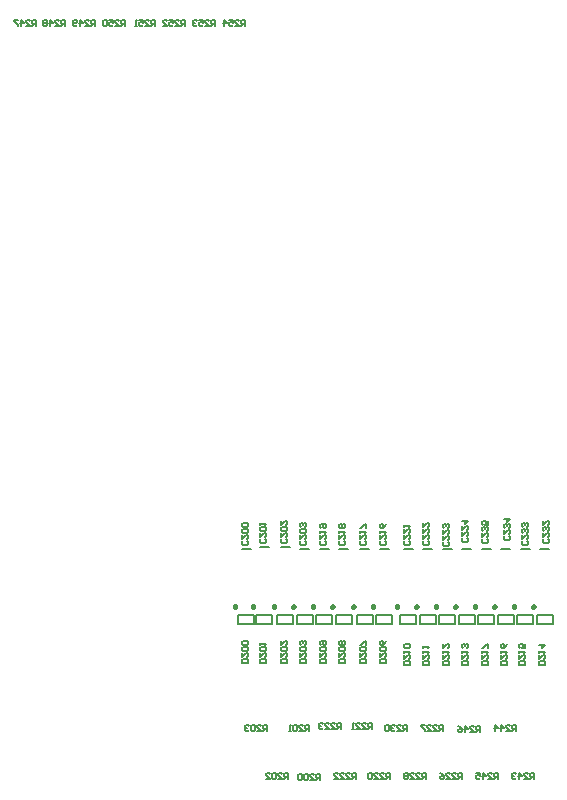
<source format=gbo>
%FSDAX23Y23*%
%MOIN*%
%SFA1B1*%

%IPPOS*%
%ADD52C,0.009800*%
%ADD53C,0.007900*%
%ADD57C,0.005000*%
%LNde-110817-1*%
%LPD*%
G54D52*
X02861Y01613D02*
D01*
X02861Y01614*
X02861Y01614*
X02861Y01614*
X02861Y01615*
X02861Y01615*
X02861Y01615*
X02861Y01616*
X02861Y01616*
X02860Y01616*
X02860Y01617*
X02860Y01617*
X02860Y01617*
X02860Y01617*
X02859Y01617*
X02859Y01618*
X02859Y01618*
X02858Y01618*
X02858Y01618*
X02858Y01618*
X02857Y01618*
X02857Y01618*
X02857Y01618*
X02856*
X02856Y01618*
X02856Y01618*
X02855Y01618*
X02855Y01618*
X02855Y01618*
X02854Y01618*
X02854Y01618*
X02854Y01617*
X02853Y01617*
X02853Y01617*
X02853Y01617*
X02853Y01617*
X02853Y01616*
X02852Y01616*
X02852Y01616*
X02852Y01615*
X02852Y01615*
X02852Y01615*
X02852Y01614*
X02852Y01614*
X02852Y01614*
X02852Y01613*
X02852Y01613*
X02852Y01613*
X02852Y01612*
X02852Y01612*
X02852Y01612*
X02852Y01611*
X02852Y01611*
X02852Y01611*
X02853Y01611*
X02853Y01610*
X02853Y01610*
X02853Y01610*
X02853Y01610*
X02854Y01609*
X02854Y01609*
X02854Y01609*
X02855Y01609*
X02855Y01609*
X02855Y01609*
X02856Y01609*
X02856Y01609*
X02856Y01609*
X02857*
X02857Y01609*
X02857Y01609*
X02858Y01609*
X02858Y01609*
X02858Y01609*
X02859Y01609*
X02859Y01609*
X02859Y01609*
X02860Y01610*
X02860Y01610*
X02860Y01610*
X02860Y01610*
X02860Y01611*
X02861Y01611*
X02861Y01611*
X02861Y01611*
X02861Y01612*
X02861Y01612*
X02861Y01612*
X02861Y01613*
X02861Y01613*
X02861Y01613*
X02921D02*
D01*
X02921Y01614*
X02921Y01614*
X02921Y01614*
X02921Y01615*
X02921Y01615*
X02921Y01615*
X02921Y01616*
X02921Y01616*
X02920Y01616*
X02920Y01617*
X02920Y01617*
X02920Y01617*
X02920Y01617*
X02919Y01617*
X02919Y01618*
X02919Y01618*
X02918Y01618*
X02918Y01618*
X02918Y01618*
X02917Y01618*
X02917Y01618*
X02917Y01618*
X02916*
X02916Y01618*
X02916Y01618*
X02915Y01618*
X02915Y01618*
X02915Y01618*
X02914Y01618*
X02914Y01618*
X02914Y01617*
X02913Y01617*
X02913Y01617*
X02913Y01617*
X02913Y01617*
X02913Y01616*
X02912Y01616*
X02912Y01616*
X02912Y01615*
X02912Y01615*
X02912Y01615*
X02912Y01614*
X02912Y01614*
X02912Y01614*
X02912Y01613*
X02912Y01613*
X02912Y01613*
X02912Y01612*
X02912Y01612*
X02912Y01612*
X02912Y01611*
X02912Y01611*
X02912Y01611*
X02913Y01611*
X02913Y01610*
X02913Y01610*
X02913Y01610*
X02913Y01610*
X02914Y01609*
X02914Y01609*
X02914Y01609*
X02915Y01609*
X02915Y01609*
X02915Y01609*
X02916Y01609*
X02916Y01609*
X02916Y01609*
X02917*
X02917Y01609*
X02917Y01609*
X02918Y01609*
X02918Y01609*
X02918Y01609*
X02919Y01609*
X02919Y01609*
X02919Y01609*
X02920Y01610*
X02920Y01610*
X02920Y01610*
X02920Y01610*
X02920Y01611*
X02921Y01611*
X02921Y01611*
X02921Y01611*
X02921Y01612*
X02921Y01612*
X02921Y01612*
X02921Y01613*
X02921Y01613*
X02921Y01613*
X02991D02*
D01*
X02991Y01614*
X02991Y01614*
X02991Y01614*
X02991Y01615*
X02991Y01615*
X02991Y01615*
X02991Y01616*
X02991Y01616*
X02990Y01616*
X02990Y01617*
X02990Y01617*
X02990Y01617*
X02990Y01617*
X02989Y01617*
X02989Y01618*
X02989Y01618*
X02988Y01618*
X02988Y01618*
X02988Y01618*
X02987Y01618*
X02987Y01618*
X02987Y01618*
X02986*
X02986Y01618*
X02986Y01618*
X02985Y01618*
X02985Y01618*
X02985Y01618*
X02984Y01618*
X02984Y01618*
X02984Y01617*
X02983Y01617*
X02983Y01617*
X02983Y01617*
X02983Y01617*
X02983Y01616*
X02982Y01616*
X02982Y01616*
X02982Y01615*
X02982Y01615*
X02982Y01615*
X02982Y01614*
X02982Y01614*
X02982Y01614*
X02982Y01613*
X02982Y01613*
X02982Y01613*
X02982Y01612*
X02982Y01612*
X02982Y01612*
X02982Y01611*
X02982Y01611*
X02982Y01611*
X02983Y01611*
X02983Y01610*
X02983Y01610*
X02983Y01610*
X02983Y01610*
X02984Y01609*
X02984Y01609*
X02984Y01609*
X02985Y01609*
X02985Y01609*
X02985Y01609*
X02986Y01609*
X02986Y01609*
X02986Y01609*
X02987*
X02987Y01609*
X02987Y01609*
X02988Y01609*
X02988Y01609*
X02988Y01609*
X02989Y01609*
X02989Y01609*
X02989Y01609*
X02990Y01610*
X02990Y01610*
X02990Y01610*
X02990Y01610*
X02990Y01611*
X02991Y01611*
X02991Y01611*
X02991Y01611*
X02991Y01612*
X02991Y01612*
X02991Y01612*
X02991Y01613*
X02991Y01613*
X02991Y01613*
X03056D02*
D01*
X03056Y01614*
X03056Y01614*
X03056Y01614*
X03056Y01615*
X03056Y01615*
X03056Y01615*
X03056Y01616*
X03056Y01616*
X03055Y01616*
X03055Y01617*
X03055Y01617*
X03055Y01617*
X03055Y01617*
X03054Y01617*
X03054Y01618*
X03054Y01618*
X03053Y01618*
X03053Y01618*
X03053Y01618*
X03052Y01618*
X03052Y01618*
X03052Y01618*
X03051*
X03051Y01618*
X03051Y01618*
X03050Y01618*
X03050Y01618*
X03050Y01618*
X03049Y01618*
X03049Y01618*
X03049Y01617*
X03048Y01617*
X03048Y01617*
X03048Y01617*
X03048Y01617*
X03048Y01616*
X03047Y01616*
X03047Y01616*
X03047Y01615*
X03047Y01615*
X03047Y01615*
X03047Y01614*
X03047Y01614*
X03047Y01614*
X03047Y01613*
X03047Y01613*
X03047Y01613*
X03047Y01612*
X03047Y01612*
X03047Y01612*
X03047Y01611*
X03047Y01611*
X03047Y01611*
X03048Y01611*
X03048Y01610*
X03048Y01610*
X03048Y01610*
X03048Y01610*
X03049Y01609*
X03049Y01609*
X03049Y01609*
X03050Y01609*
X03050Y01609*
X03050Y01609*
X03051Y01609*
X03051Y01609*
X03051Y01609*
X03052*
X03052Y01609*
X03052Y01609*
X03053Y01609*
X03053Y01609*
X03053Y01609*
X03054Y01609*
X03054Y01609*
X03054Y01609*
X03055Y01610*
X03055Y01610*
X03055Y01610*
X03055Y01610*
X03055Y01611*
X03056Y01611*
X03056Y01611*
X03056Y01611*
X03056Y01612*
X03056Y01612*
X03056Y01612*
X03056Y01613*
X03056Y01613*
X03056Y01613*
X03321D02*
D01*
X03321Y01614*
X03321Y01614*
X03321Y01614*
X03321Y01615*
X03321Y01615*
X03321Y01615*
X03321Y01616*
X03321Y01616*
X03320Y01616*
X03320Y01617*
X03320Y01617*
X03320Y01617*
X03320Y01617*
X03319Y01617*
X03319Y01618*
X03319Y01618*
X03318Y01618*
X03318Y01618*
X03318Y01618*
X03317Y01618*
X03317Y01618*
X03317Y01618*
X03316*
X03316Y01618*
X03316Y01618*
X03315Y01618*
X03315Y01618*
X03315Y01618*
X03314Y01618*
X03314Y01618*
X03314Y01617*
X03313Y01617*
X03313Y01617*
X03313Y01617*
X03313Y01617*
X03313Y01616*
X03312Y01616*
X03312Y01616*
X03312Y01615*
X03312Y01615*
X03312Y01615*
X03312Y01614*
X03312Y01614*
X03312Y01614*
X03312Y01613*
X03312Y01613*
X03312Y01613*
X03312Y01612*
X03312Y01612*
X03312Y01612*
X03312Y01611*
X03312Y01611*
X03312Y01611*
X03313Y01611*
X03313Y01610*
X03313Y01610*
X03313Y01610*
X03313Y01610*
X03314Y01609*
X03314Y01609*
X03314Y01609*
X03315Y01609*
X03315Y01609*
X03315Y01609*
X03316Y01609*
X03316Y01609*
X03316Y01609*
X03317*
X03317Y01609*
X03317Y01609*
X03318Y01609*
X03318Y01609*
X03318Y01609*
X03319Y01609*
X03319Y01609*
X03319Y01609*
X03320Y01610*
X03320Y01610*
X03320Y01610*
X03320Y01610*
X03320Y01611*
X03321Y01611*
X03321Y01611*
X03321Y01611*
X03321Y01612*
X03321Y01612*
X03321Y01612*
X03321Y01613*
X03321Y01613*
X03321Y01613*
X03256D02*
D01*
X03256Y01614*
X03256Y01614*
X03256Y01614*
X03256Y01615*
X03256Y01615*
X03256Y01615*
X03256Y01616*
X03256Y01616*
X03255Y01616*
X03255Y01617*
X03255Y01617*
X03255Y01617*
X03255Y01617*
X03254Y01617*
X03254Y01618*
X03254Y01618*
X03253Y01618*
X03253Y01618*
X03253Y01618*
X03252Y01618*
X03252Y01618*
X03252Y01618*
X03251*
X03251Y01618*
X03251Y01618*
X03250Y01618*
X03250Y01618*
X03250Y01618*
X03249Y01618*
X03249Y01618*
X03249Y01617*
X03248Y01617*
X03248Y01617*
X03248Y01617*
X03248Y01617*
X03248Y01616*
X03247Y01616*
X03247Y01616*
X03247Y01615*
X03247Y01615*
X03247Y01615*
X03247Y01614*
X03247Y01614*
X03247Y01614*
X03247Y01613*
X03247Y01613*
X03247Y01613*
X03247Y01612*
X03247Y01612*
X03247Y01612*
X03247Y01611*
X03247Y01611*
X03247Y01611*
X03248Y01611*
X03248Y01610*
X03248Y01610*
X03248Y01610*
X03248Y01610*
X03249Y01609*
X03249Y01609*
X03249Y01609*
X03250Y01609*
X03250Y01609*
X03250Y01609*
X03251Y01609*
X03251Y01609*
X03251Y01609*
X03252*
X03252Y01609*
X03252Y01609*
X03253Y01609*
X03253Y01609*
X03253Y01609*
X03254Y01609*
X03254Y01609*
X03254Y01609*
X03255Y01610*
X03255Y01610*
X03255Y01610*
X03255Y01610*
X03255Y01611*
X03256Y01611*
X03256Y01611*
X03256Y01611*
X03256Y01612*
X03256Y01612*
X03256Y01612*
X03256Y01613*
X03256Y01613*
X03256Y01613*
X03186D02*
D01*
X03186Y01614*
X03186Y01614*
X03186Y01614*
X03186Y01615*
X03186Y01615*
X03186Y01615*
X03186Y01616*
X03186Y01616*
X03185Y01616*
X03185Y01617*
X03185Y01617*
X03185Y01617*
X03185Y01617*
X03184Y01617*
X03184Y01618*
X03184Y01618*
X03183Y01618*
X03183Y01618*
X03183Y01618*
X03182Y01618*
X03182Y01618*
X03182Y01618*
X03181*
X03181Y01618*
X03181Y01618*
X03180Y01618*
X03180Y01618*
X03180Y01618*
X03179Y01618*
X03179Y01618*
X03179Y01617*
X03178Y01617*
X03178Y01617*
X03178Y01617*
X03178Y01617*
X03178Y01616*
X03177Y01616*
X03177Y01616*
X03177Y01615*
X03177Y01615*
X03177Y01615*
X03177Y01614*
X03177Y01614*
X03177Y01614*
X03177Y01613*
X03177Y01613*
X03177Y01613*
X03177Y01612*
X03177Y01612*
X03177Y01612*
X03177Y01611*
X03177Y01611*
X03177Y01611*
X03178Y01611*
X03178Y01610*
X03178Y01610*
X03178Y01610*
X03178Y01610*
X03179Y01609*
X03179Y01609*
X03179Y01609*
X03180Y01609*
X03180Y01609*
X03180Y01609*
X03181Y01609*
X03181Y01609*
X03181Y01609*
X03182*
X03182Y01609*
X03182Y01609*
X03183Y01609*
X03183Y01609*
X03183Y01609*
X03184Y01609*
X03184Y01609*
X03184Y01609*
X03185Y01610*
X03185Y01610*
X03185Y01610*
X03185Y01610*
X03185Y01611*
X03186Y01611*
X03186Y01611*
X03186Y01611*
X03186Y01612*
X03186Y01612*
X03186Y01612*
X03186Y01613*
X03186Y01613*
X03186Y01613*
X03121D02*
D01*
X03121Y01614*
X03121Y01614*
X03121Y01614*
X03121Y01615*
X03121Y01615*
X03121Y01615*
X03121Y01616*
X03121Y01616*
X03120Y01616*
X03120Y01617*
X03120Y01617*
X03120Y01617*
X03120Y01617*
X03119Y01617*
X03119Y01618*
X03119Y01618*
X03118Y01618*
X03118Y01618*
X03118Y01618*
X03117Y01618*
X03117Y01618*
X03117Y01618*
X03116*
X03116Y01618*
X03116Y01618*
X03115Y01618*
X03115Y01618*
X03115Y01618*
X03114Y01618*
X03114Y01618*
X03114Y01617*
X03113Y01617*
X03113Y01617*
X03113Y01617*
X03113Y01617*
X03113Y01616*
X03112Y01616*
X03112Y01616*
X03112Y01615*
X03112Y01615*
X03112Y01615*
X03112Y01614*
X03112Y01614*
X03112Y01614*
X03112Y01613*
X03112Y01613*
X03112Y01613*
X03112Y01612*
X03112Y01612*
X03112Y01612*
X03112Y01611*
X03112Y01611*
X03112Y01611*
X03113Y01611*
X03113Y01610*
X03113Y01610*
X03113Y01610*
X03113Y01610*
X03114Y01609*
X03114Y01609*
X03114Y01609*
X03115Y01609*
X03115Y01609*
X03115Y01609*
X03116Y01609*
X03116Y01609*
X03116Y01609*
X03117*
X03117Y01609*
X03117Y01609*
X03118Y01609*
X03118Y01609*
X03118Y01609*
X03119Y01609*
X03119Y01609*
X03119Y01609*
X03120Y01610*
X03120Y01610*
X03120Y01610*
X03120Y01610*
X03120Y01611*
X03121Y01611*
X03121Y01611*
X03121Y01611*
X03121Y01612*
X03121Y01612*
X03121Y01612*
X03121Y01613*
X03121Y01613*
X03121Y01613*
X03401D02*
D01*
X03401Y01614*
X03401Y01614*
X03401Y01614*
X03401Y01615*
X03401Y01615*
X03401Y01615*
X03401Y01616*
X03401Y01616*
X03400Y01616*
X03400Y01617*
X03400Y01617*
X03400Y01617*
X03400Y01617*
X03399Y01617*
X03399Y01618*
X03399Y01618*
X03398Y01618*
X03398Y01618*
X03398Y01618*
X03397Y01618*
X03397Y01618*
X03397Y01618*
X03396*
X03396Y01618*
X03396Y01618*
X03395Y01618*
X03395Y01618*
X03395Y01618*
X03394Y01618*
X03394Y01618*
X03394Y01617*
X03393Y01617*
X03393Y01617*
X03393Y01617*
X03393Y01617*
X03393Y01616*
X03392Y01616*
X03392Y01616*
X03392Y01615*
X03392Y01615*
X03392Y01615*
X03392Y01614*
X03392Y01614*
X03392Y01614*
X03392Y01613*
X03392Y01613*
X03392Y01613*
X03392Y01612*
X03392Y01612*
X03392Y01612*
X03392Y01611*
X03392Y01611*
X03392Y01611*
X03393Y01611*
X03393Y01610*
X03393Y01610*
X03393Y01610*
X03393Y01610*
X03394Y01609*
X03394Y01609*
X03394Y01609*
X03395Y01609*
X03395Y01609*
X03395Y01609*
X03396Y01609*
X03396Y01609*
X03396Y01609*
X03397*
X03397Y01609*
X03397Y01609*
X03398Y01609*
X03398Y01609*
X03398Y01609*
X03399Y01609*
X03399Y01609*
X03399Y01609*
X03400Y01610*
X03400Y01610*
X03400Y01610*
X03400Y01610*
X03400Y01611*
X03401Y01611*
X03401Y01611*
X03401Y01611*
X03401Y01612*
X03401Y01612*
X03401Y01612*
X03401Y01613*
X03401Y01613*
X03401Y01613*
X03466D02*
D01*
X03466Y01614*
X03466Y01614*
X03466Y01614*
X03466Y01615*
X03466Y01615*
X03466Y01615*
X03466Y01616*
X03466Y01616*
X03465Y01616*
X03465Y01617*
X03465Y01617*
X03465Y01617*
X03465Y01617*
X03464Y01617*
X03464Y01618*
X03464Y01618*
X03463Y01618*
X03463Y01618*
X03463Y01618*
X03462Y01618*
X03462Y01618*
X03462Y01618*
X03461*
X03461Y01618*
X03461Y01618*
X03460Y01618*
X03460Y01618*
X03460Y01618*
X03459Y01618*
X03459Y01618*
X03459Y01617*
X03458Y01617*
X03458Y01617*
X03458Y01617*
X03458Y01617*
X03458Y01616*
X03457Y01616*
X03457Y01616*
X03457Y01615*
X03457Y01615*
X03457Y01615*
X03457Y01614*
X03457Y01614*
X03457Y01614*
X03457Y01613*
X03457Y01613*
X03457Y01613*
X03457Y01612*
X03457Y01612*
X03457Y01612*
X03457Y01611*
X03457Y01611*
X03457Y01611*
X03458Y01611*
X03458Y01610*
X03458Y01610*
X03458Y01610*
X03458Y01610*
X03459Y01609*
X03459Y01609*
X03459Y01609*
X03460Y01609*
X03460Y01609*
X03460Y01609*
X03461Y01609*
X03461Y01609*
X03461Y01609*
X03462*
X03462Y01609*
X03462Y01609*
X03463Y01609*
X03463Y01609*
X03463Y01609*
X03464Y01609*
X03464Y01609*
X03464Y01609*
X03465Y01610*
X03465Y01610*
X03465Y01610*
X03465Y01610*
X03465Y01611*
X03466Y01611*
X03466Y01611*
X03466Y01611*
X03466Y01612*
X03466Y01612*
X03466Y01612*
X03466Y01613*
X03466Y01613*
X03466Y01613*
X03531D02*
D01*
X03531Y01614*
X03531Y01614*
X03531Y01614*
X03531Y01615*
X03531Y01615*
X03531Y01615*
X03531Y01616*
X03531Y01616*
X03530Y01616*
X03530Y01617*
X03530Y01617*
X03530Y01617*
X03530Y01617*
X03529Y01617*
X03529Y01618*
X03529Y01618*
X03528Y01618*
X03528Y01618*
X03528Y01618*
X03527Y01618*
X03527Y01618*
X03527Y01618*
X03526*
X03526Y01618*
X03526Y01618*
X03525Y01618*
X03525Y01618*
X03525Y01618*
X03524Y01618*
X03524Y01618*
X03524Y01617*
X03523Y01617*
X03523Y01617*
X03523Y01617*
X03523Y01617*
X03523Y01616*
X03522Y01616*
X03522Y01616*
X03522Y01615*
X03522Y01615*
X03522Y01615*
X03522Y01614*
X03522Y01614*
X03522Y01614*
X03522Y01613*
X03522Y01613*
X03522Y01613*
X03522Y01612*
X03522Y01612*
X03522Y01612*
X03522Y01611*
X03522Y01611*
X03522Y01611*
X03523Y01611*
X03523Y01610*
X03523Y01610*
X03523Y01610*
X03523Y01610*
X03524Y01609*
X03524Y01609*
X03524Y01609*
X03525Y01609*
X03525Y01609*
X03525Y01609*
X03526Y01609*
X03526Y01609*
X03526Y01609*
X03527*
X03527Y01609*
X03527Y01609*
X03528Y01609*
X03528Y01609*
X03528Y01609*
X03529Y01609*
X03529Y01609*
X03529Y01609*
X03530Y01610*
X03530Y01610*
X03530Y01610*
X03530Y01610*
X03530Y01611*
X03531Y01611*
X03531Y01611*
X03531Y01611*
X03531Y01612*
X03531Y01612*
X03531Y01612*
X03531Y01613*
X03531Y01613*
X03531Y01613*
X03596D02*
D01*
X03596Y01614*
X03596Y01614*
X03596Y01614*
X03596Y01615*
X03596Y01615*
X03596Y01615*
X03596Y01616*
X03596Y01616*
X03595Y01616*
X03595Y01617*
X03595Y01617*
X03595Y01617*
X03595Y01617*
X03594Y01617*
X03594Y01618*
X03594Y01618*
X03593Y01618*
X03593Y01618*
X03593Y01618*
X03592Y01618*
X03592Y01618*
X03592Y01618*
X03591*
X03591Y01618*
X03591Y01618*
X03590Y01618*
X03590Y01618*
X03590Y01618*
X03589Y01618*
X03589Y01618*
X03589Y01617*
X03588Y01617*
X03588Y01617*
X03588Y01617*
X03588Y01617*
X03588Y01616*
X03587Y01616*
X03587Y01616*
X03587Y01615*
X03587Y01615*
X03587Y01615*
X03587Y01614*
X03587Y01614*
X03587Y01614*
X03587Y01613*
X03587Y01613*
X03587Y01613*
X03587Y01612*
X03587Y01612*
X03587Y01612*
X03587Y01611*
X03587Y01611*
X03587Y01611*
X03588Y01611*
X03588Y01610*
X03588Y01610*
X03588Y01610*
X03588Y01610*
X03589Y01609*
X03589Y01609*
X03589Y01609*
X03590Y01609*
X03590Y01609*
X03590Y01609*
X03591Y01609*
X03591Y01609*
X03591Y01609*
X03592*
X03592Y01609*
X03592Y01609*
X03593Y01609*
X03593Y01609*
X03593Y01609*
X03594Y01609*
X03594Y01609*
X03594Y01609*
X03595Y01610*
X03595Y01610*
X03595Y01610*
X03595Y01610*
X03595Y01611*
X03596Y01611*
X03596Y01611*
X03596Y01611*
X03596Y01612*
X03596Y01612*
X03596Y01612*
X03596Y01613*
X03596Y01613*
X03596Y01613*
X03856D02*
D01*
X03856Y01614*
X03856Y01614*
X03856Y01614*
X03856Y01615*
X03856Y01615*
X03856Y01615*
X03856Y01616*
X03856Y01616*
X03855Y01616*
X03855Y01617*
X03855Y01617*
X03855Y01617*
X03855Y01617*
X03854Y01617*
X03854Y01618*
X03854Y01618*
X03853Y01618*
X03853Y01618*
X03853Y01618*
X03852Y01618*
X03852Y01618*
X03852Y01618*
X03851*
X03851Y01618*
X03851Y01618*
X03850Y01618*
X03850Y01618*
X03850Y01618*
X03849Y01618*
X03849Y01618*
X03849Y01617*
X03848Y01617*
X03848Y01617*
X03848Y01617*
X03848Y01617*
X03848Y01616*
X03847Y01616*
X03847Y01616*
X03847Y01615*
X03847Y01615*
X03847Y01615*
X03847Y01614*
X03847Y01614*
X03847Y01614*
X03847Y01613*
X03847Y01613*
X03847Y01613*
X03847Y01612*
X03847Y01612*
X03847Y01612*
X03847Y01611*
X03847Y01611*
X03847Y01611*
X03848Y01611*
X03848Y01610*
X03848Y01610*
X03848Y01610*
X03848Y01610*
X03849Y01609*
X03849Y01609*
X03849Y01609*
X03850Y01609*
X03850Y01609*
X03850Y01609*
X03851Y01609*
X03851Y01609*
X03851Y01609*
X03852*
X03852Y01609*
X03852Y01609*
X03853Y01609*
X03853Y01609*
X03853Y01609*
X03854Y01609*
X03854Y01609*
X03854Y01609*
X03855Y01610*
X03855Y01610*
X03855Y01610*
X03855Y01610*
X03855Y01611*
X03856Y01611*
X03856Y01611*
X03856Y01611*
X03856Y01612*
X03856Y01612*
X03856Y01612*
X03856Y01613*
X03856Y01613*
X03856Y01613*
X03791D02*
D01*
X03791Y01614*
X03791Y01614*
X03791Y01614*
X03791Y01615*
X03791Y01615*
X03791Y01615*
X03791Y01616*
X03791Y01616*
X03790Y01616*
X03790Y01617*
X03790Y01617*
X03790Y01617*
X03790Y01617*
X03789Y01617*
X03789Y01618*
X03789Y01618*
X03788Y01618*
X03788Y01618*
X03788Y01618*
X03787Y01618*
X03787Y01618*
X03787Y01618*
X03786*
X03786Y01618*
X03786Y01618*
X03785Y01618*
X03785Y01618*
X03785Y01618*
X03784Y01618*
X03784Y01618*
X03784Y01617*
X03783Y01617*
X03783Y01617*
X03783Y01617*
X03783Y01617*
X03783Y01616*
X03782Y01616*
X03782Y01616*
X03782Y01615*
X03782Y01615*
X03782Y01615*
X03782Y01614*
X03782Y01614*
X03782Y01614*
X03782Y01613*
X03782Y01613*
X03782Y01613*
X03782Y01612*
X03782Y01612*
X03782Y01612*
X03782Y01611*
X03782Y01611*
X03782Y01611*
X03783Y01611*
X03783Y01610*
X03783Y01610*
X03783Y01610*
X03783Y01610*
X03784Y01609*
X03784Y01609*
X03784Y01609*
X03785Y01609*
X03785Y01609*
X03785Y01609*
X03786Y01609*
X03786Y01609*
X03786Y01609*
X03787*
X03787Y01609*
X03787Y01609*
X03788Y01609*
X03788Y01609*
X03788Y01609*
X03789Y01609*
X03789Y01609*
X03789Y01609*
X03790Y01610*
X03790Y01610*
X03790Y01610*
X03790Y01610*
X03790Y01611*
X03791Y01611*
X03791Y01611*
X03791Y01611*
X03791Y01612*
X03791Y01612*
X03791Y01612*
X03791Y01613*
X03791Y01613*
X03791Y01613*
X03726D02*
D01*
X03726Y01614*
X03726Y01614*
X03726Y01614*
X03726Y01615*
X03726Y01615*
X03726Y01615*
X03726Y01616*
X03726Y01616*
X03725Y01616*
X03725Y01617*
X03725Y01617*
X03725Y01617*
X03725Y01617*
X03724Y01617*
X03724Y01618*
X03724Y01618*
X03723Y01618*
X03723Y01618*
X03723Y01618*
X03722Y01618*
X03722Y01618*
X03722Y01618*
X03721*
X03721Y01618*
X03721Y01618*
X03720Y01618*
X03720Y01618*
X03720Y01618*
X03719Y01618*
X03719Y01618*
X03719Y01617*
X03718Y01617*
X03718Y01617*
X03718Y01617*
X03718Y01617*
X03718Y01616*
X03717Y01616*
X03717Y01616*
X03717Y01615*
X03717Y01615*
X03717Y01615*
X03717Y01614*
X03717Y01614*
X03717Y01614*
X03717Y01613*
X03717Y01613*
X03717Y01613*
X03717Y01612*
X03717Y01612*
X03717Y01612*
X03717Y01611*
X03717Y01611*
X03717Y01611*
X03718Y01611*
X03718Y01610*
X03718Y01610*
X03718Y01610*
X03718Y01610*
X03719Y01609*
X03719Y01609*
X03719Y01609*
X03720Y01609*
X03720Y01609*
X03720Y01609*
X03721Y01609*
X03721Y01609*
X03721Y01609*
X03722*
X03722Y01609*
X03722Y01609*
X03723Y01609*
X03723Y01609*
X03723Y01609*
X03724Y01609*
X03724Y01609*
X03724Y01609*
X03725Y01610*
X03725Y01610*
X03725Y01610*
X03725Y01610*
X03725Y01611*
X03726Y01611*
X03726Y01611*
X03726Y01611*
X03726Y01612*
X03726Y01612*
X03726Y01612*
X03726Y01613*
X03726Y01613*
X03726Y01613*
X03661D02*
D01*
X03661Y01614*
X03661Y01614*
X03661Y01614*
X03661Y01615*
X03661Y01615*
X03661Y01615*
X03661Y01616*
X03661Y01616*
X03660Y01616*
X03660Y01617*
X03660Y01617*
X03660Y01617*
X03660Y01617*
X03659Y01617*
X03659Y01618*
X03659Y01618*
X03658Y01618*
X03658Y01618*
X03658Y01618*
X03657Y01618*
X03657Y01618*
X03657Y01618*
X03656*
X03656Y01618*
X03656Y01618*
X03655Y01618*
X03655Y01618*
X03655Y01618*
X03654Y01618*
X03654Y01618*
X03654Y01617*
X03653Y01617*
X03653Y01617*
X03653Y01617*
X03653Y01617*
X03653Y01616*
X03652Y01616*
X03652Y01616*
X03652Y01615*
X03652Y01615*
X03652Y01615*
X03652Y01614*
X03652Y01614*
X03652Y01614*
X03652Y01613*
X03652Y01613*
X03652Y01613*
X03652Y01612*
X03652Y01612*
X03652Y01612*
X03652Y01611*
X03652Y01611*
X03652Y01611*
X03653Y01611*
X03653Y01610*
X03653Y01610*
X03653Y01610*
X03653Y01610*
X03654Y01609*
X03654Y01609*
X03654Y01609*
X03655Y01609*
X03655Y01609*
X03655Y01609*
X03656Y01609*
X03656Y01609*
X03656Y01609*
X03657*
X03657Y01609*
X03657Y01609*
X03658Y01609*
X03658Y01609*
X03658Y01609*
X03659Y01609*
X03659Y01609*
X03659Y01609*
X03660Y01610*
X03660Y01610*
X03660Y01610*
X03660Y01610*
X03660Y01611*
X03661Y01611*
X03661Y01611*
X03661Y01611*
X03661Y01612*
X03661Y01612*
X03661Y01612*
X03661Y01613*
X03661Y01613*
X03661Y01613*
G54D53*
X02879Y01806D02*
X02910D01*
X02939Y01811D02*
X02970D01*
X03009D02*
X03040D01*
X03074Y01806D02*
X03105D01*
X03339D02*
X03370D01*
X03274D02*
X03305D01*
X03204D02*
X03235D01*
X03139D02*
X03170D01*
X03419D02*
X03450D01*
X03484D02*
X03515D01*
X03549D02*
X03580D01*
X03614D02*
X03645D01*
X03874D02*
X03905D01*
X03809D02*
X03840D01*
X03744D02*
X03775D01*
X03679D02*
X03710D01*
X02868Y01554D02*
Y01585D01*
X02921Y01554D02*
Y01585D01*
X02868D02*
X02921D01*
X02868Y01554D02*
X02921D01*
X02928D02*
Y01585D01*
X02981Y01554D02*
Y01585D01*
X02928D02*
X02981D01*
X02928Y01554D02*
X02981D01*
X02998D02*
Y01585D01*
X03051Y01554D02*
Y01585D01*
X02998D02*
X03051D01*
X02998Y01554D02*
X03051D01*
X03063D02*
Y01585D01*
X03116Y01554D02*
Y01585D01*
X03063D02*
X03116D01*
X03063Y01554D02*
X03116D01*
X03328D02*
Y01585D01*
X03381Y01554D02*
Y01585D01*
X03328D02*
X03381D01*
X03328Y01554D02*
X03381D01*
X03263D02*
Y01585D01*
X03316Y01554D02*
Y01585D01*
X03263D02*
X03316D01*
X03263Y01554D02*
X03316D01*
X03193D02*
Y01585D01*
X03246Y01554D02*
Y01585D01*
X03193D02*
X03246D01*
X03193Y01554D02*
X03246D01*
X03128D02*
Y01585D01*
X03181Y01554D02*
Y01585D01*
X03128D02*
X03181D01*
X03128Y01554D02*
X03181D01*
X03408D02*
Y01585D01*
X03461Y01554D02*
Y01585D01*
X03408D02*
X03461D01*
X03408Y01554D02*
X03461D01*
X03473D02*
Y01585D01*
X03526Y01554D02*
Y01585D01*
X03473D02*
X03526D01*
X03473Y01554D02*
X03526D01*
X03538D02*
Y01585D01*
X03591Y01554D02*
Y01585D01*
X03538D02*
X03591D01*
X03538Y01554D02*
X03591D01*
X03603D02*
Y01585D01*
X03656Y01554D02*
Y01585D01*
X03603D02*
X03656D01*
X03603Y01554D02*
X03656D01*
X03863D02*
Y01585D01*
X03916Y01554D02*
Y01585D01*
X03863D02*
X03916D01*
X03863Y01554D02*
X03916D01*
X03798D02*
Y01585D01*
X03851Y01554D02*
Y01585D01*
X03798D02*
X03851D01*
X03798Y01554D02*
X03851D01*
X03733D02*
Y01585D01*
X03786Y01554D02*
Y01585D01*
X03733D02*
X03786D01*
X03733Y01554D02*
X03786D01*
X03668D02*
Y01585D01*
X03721Y01554D02*
Y01585D01*
X03668D02*
X03721D01*
X03668Y01554D02*
X03721D01*
G54D57*
X02896Y01833D02*
X02900Y01830D01*
Y01823*
X02896Y01820*
X02883*
X02880Y01823*
Y01830*
X02883Y01833*
X02880Y01853D02*
Y01840D01*
X02893Y01853*
X02896*
X02900Y01850*
Y01843*
X02896Y01840*
Y01860D02*
X02900Y01863D01*
Y01870*
X02896Y01873*
X02883*
X02880Y01870*
Y01863*
X02883Y01860*
X02896*
Y01880D02*
X02900Y01883D01*
Y01890*
X02896Y01893*
X02883*
X02880Y01890*
Y01883*
X02883Y01880*
X02896*
X02956Y01838D02*
X02960Y01835D01*
Y01828*
X02956Y01825*
X02943*
X02940Y01828*
Y01835*
X02943Y01838*
X02940Y01858D02*
Y01845D01*
X02953Y01858*
X02956*
X02960Y01855*
Y01848*
X02956Y01845*
Y01865D02*
X02960Y01868D01*
Y01875*
X02956Y01878*
X02943*
X02940Y01875*
Y01868*
X02943Y01865*
X02956*
X02940Y01885D02*
Y01891D01*
Y01888*
X02960*
X02956Y01885*
X03026Y01838D02*
X03030Y01835D01*
Y01828*
X03026Y01825*
X03013*
X03010Y01828*
Y01835*
X03013Y01838*
X03010Y01858D02*
Y01845D01*
X03023Y01858*
X03026*
X03030Y01855*
Y01848*
X03026Y01845*
Y01865D02*
X03030Y01868D01*
Y01875*
X03026Y01878*
X03013*
X03010Y01875*
Y01868*
X03013Y01865*
X03026*
X03010Y01898D02*
Y01885D01*
X03023Y01898*
X03026*
X03030Y01895*
Y01888*
X03026Y01885*
X03091Y01833D02*
X03095Y01830D01*
Y01823*
X03091Y01820*
X03078*
X03075Y01823*
Y01830*
X03078Y01833*
X03075Y01853D02*
Y01840D01*
X03088Y01853*
X03091*
X03095Y01850*
Y01843*
X03091Y01840*
Y01860D02*
X03095Y01863D01*
Y01870*
X03091Y01873*
X03078*
X03075Y01870*
Y01863*
X03078Y01860*
X03091*
Y01880D02*
X03095Y01883D01*
Y01890*
X03091Y01893*
X03088*
X03085Y01890*
Y01886*
Y01890*
X03081Y01893*
X03078*
X03075Y01890*
Y01883*
X03078Y01880*
X03356Y01833D02*
X03360Y01830D01*
Y01823*
X03356Y01820*
X03343*
X03340Y01823*
Y01830*
X03343Y01833*
X03340Y01853D02*
Y01840D01*
X03353Y01853*
X03356*
X03360Y01850*
Y01843*
X03356Y01840*
X03340Y01860D02*
Y01866D01*
Y01863*
X03360*
X03356Y01860*
X03360Y01890D02*
X03356Y01883D01*
X03350Y01876*
X03343*
X03340Y01880*
Y01886*
X03343Y01890*
X03346*
X03350Y01886*
Y01876*
X03291Y01833D02*
X03295Y01830D01*
Y01823*
X03291Y01820*
X03278*
X03275Y01823*
Y01830*
X03278Y01833*
X03275Y01853D02*
Y01840D01*
X03288Y01853*
X03291*
X03295Y01850*
Y01843*
X03291Y01840*
X03275Y01860D02*
Y01866D01*
Y01863*
X03295*
X03291Y01860*
X03295Y01876D02*
Y01890D01*
X03291*
X03278Y01876*
X03275*
X03221Y01833D02*
X03225Y01830D01*
Y01823*
X03221Y01820*
X03208*
X03205Y01823*
Y01830*
X03208Y01833*
X03205Y01853D02*
Y01840D01*
X03218Y01853*
X03221*
X03225Y01850*
Y01843*
X03221Y01840*
X03205Y01860D02*
Y01866D01*
Y01863*
X03225*
X03221Y01860*
Y01876D02*
X03225Y01880D01*
Y01886*
X03221Y01890*
X03218*
X03215Y01886*
X03211Y01890*
X03208*
X03205Y01886*
Y01880*
X03208Y01876*
X03211*
X03215Y01880*
X03218Y01876*
X03221*
X03215Y01880D02*
Y01886D01*
X03156Y01833D02*
X03160Y01830D01*
Y01823*
X03156Y01820*
X03143*
X03140Y01823*
Y01830*
X03143Y01833*
X03140Y01853D02*
Y01840D01*
X03153Y01853*
X03156*
X03160Y01850*
Y01843*
X03156Y01840*
X03140Y01860D02*
Y01866D01*
Y01863*
X03160*
X03156Y01860*
X03143Y01876D02*
X03140Y01880D01*
Y01886*
X03143Y01890*
X03156*
X03160Y01886*
Y01880*
X03156Y01876*
X03153*
X03150Y01880*
Y01890*
X03436Y01833D02*
X03440Y01830D01*
Y01823*
X03436Y01820*
X03423*
X03420Y01823*
Y01830*
X03423Y01833*
X03420Y01853D02*
Y01840D01*
X03433Y01853*
X03436*
X03440Y01850*
Y01843*
X03436Y01840*
X03420Y01873D02*
Y01860D01*
X03433Y01873*
X03436*
X03440Y01870*
Y01863*
X03436Y01860*
X03420Y01880D02*
Y01886D01*
Y01883*
X03440*
X03436Y01880*
X03501Y01833D02*
X03505Y01830D01*
Y01823*
X03501Y01820*
X03488*
X03485Y01823*
Y01830*
X03488Y01833*
X03485Y01853D02*
Y01840D01*
X03498Y01853*
X03501*
X03505Y01850*
Y01843*
X03501Y01840*
X03485Y01873D02*
Y01860D01*
X03498Y01873*
X03501*
X03505Y01870*
Y01863*
X03501Y01860*
X03485Y01893D02*
Y01880D01*
X03498Y01893*
X03501*
X03505Y01890*
Y01883*
X03501Y01880*
X03566Y01828D02*
X03570Y01825D01*
Y01818*
X03566Y01815*
X03553*
X03550Y01818*
Y01825*
X03553Y01828*
X03550Y01848D02*
Y01835D01*
X03563Y01848*
X03566*
X03570Y01845*
Y01838*
X03566Y01835*
X03550Y01868D02*
Y01855D01*
X03563Y01868*
X03566*
X03570Y01865*
Y01858*
X03566Y01855*
Y01875D02*
X03570Y01878D01*
Y01885*
X03566Y01888*
X03563*
X03560Y01885*
Y01881*
Y01885*
X03556Y01888*
X03553*
X03550Y01885*
Y01878*
X03553Y01875*
X03631Y01843D02*
X03635Y01840D01*
Y01833*
X03631Y01830*
X03618*
X03615Y01833*
Y01840*
X03618Y01843*
X03615Y01863D02*
Y01850D01*
X03628Y01863*
X03631*
X03635Y01860*
Y01853*
X03631Y01850*
X03615Y01883D02*
Y01870D01*
X03628Y01883*
X03631*
X03635Y01880*
Y01873*
X03631Y01870*
X03615Y01900D02*
X03635D01*
X03625Y01890*
Y01903*
X03901Y01838D02*
X03905Y01835D01*
Y01828*
X03901Y01825*
X03888*
X03885Y01828*
Y01835*
X03888Y01838*
X03885Y01858D02*
Y01845D01*
X03898Y01858*
X03901*
X03905Y01855*
Y01848*
X03901Y01845*
Y01865D02*
X03905Y01868D01*
Y01875*
X03901Y01878*
X03898*
X03895Y01875*
Y01871*
Y01875*
X03891Y01878*
X03888*
X03885Y01875*
Y01868*
X03888Y01865*
X03885Y01898D02*
Y01885D01*
X03898Y01898*
X03901*
X03905Y01895*
Y01888*
X03901Y01885*
X03831Y01833D02*
X03835Y01830D01*
Y01823*
X03831Y01820*
X03818*
X03815Y01823*
Y01830*
X03818Y01833*
X03815Y01853D02*
Y01840D01*
X03828Y01853*
X03831*
X03835Y01850*
Y01843*
X03831Y01840*
Y01860D02*
X03835Y01863D01*
Y01870*
X03831Y01873*
X03828*
X03825Y01870*
Y01866*
Y01870*
X03821Y01873*
X03818*
X03815Y01870*
Y01863*
X03818Y01860*
X03831Y01880D02*
X03835Y01883D01*
Y01890*
X03831Y01893*
X03828*
X03825Y01890*
Y01886*
Y01890*
X03821Y01893*
X03818*
X03815Y01890*
Y01883*
X03818Y01880*
X03771Y01848D02*
X03775Y01845D01*
Y01838*
X03771Y01835*
X03758*
X03755Y01838*
Y01845*
X03758Y01848*
X03755Y01868D02*
Y01855D01*
X03768Y01868*
X03771*
X03775Y01865*
Y01858*
X03771Y01855*
Y01875D02*
X03775Y01878D01*
Y01885*
X03771Y01888*
X03768*
X03765Y01885*
Y01881*
Y01885*
X03761Y01888*
X03758*
X03755Y01885*
Y01878*
X03758Y01875*
X03755Y01905D02*
X03775D01*
X03765Y01895*
Y01908*
X03696Y01838D02*
X03700Y01835D01*
Y01828*
X03696Y01825*
X03683*
X03680Y01828*
Y01835*
X03683Y01838*
X03680Y01858D02*
Y01845D01*
X03693Y01858*
X03696*
X03700Y01855*
Y01848*
X03696Y01845*
Y01865D02*
X03700Y01868D01*
Y01875*
X03696Y01878*
X03693*
X03690Y01875*
Y01871*
Y01875*
X03686Y01878*
X03683*
X03680Y01875*
Y01868*
X03683Y01865*
X03700Y01898D02*
Y01885D01*
X03690*
X03693Y01891*
Y01895*
X03690Y01898*
X03683*
X03680Y01895*
Y01888*
X03683Y01885*
X02900Y01425D02*
X02880D01*
Y01435*
X02883Y01438*
X02896*
X02900Y01435*
Y01425*
X02880Y01458D02*
Y01445D01*
X02893Y01458*
X02896*
X02900Y01455*
Y01448*
X02896Y01445*
Y01465D02*
X02900Y01468D01*
Y01475*
X02896Y01478*
X02883*
X02880Y01475*
Y01468*
X02883Y01465*
X02896*
Y01485D02*
X02900Y01488D01*
Y01495*
X02896Y01498*
X02883*
X02880Y01495*
Y01488*
X02883Y01485*
X02896*
X02960Y01425D02*
X02940D01*
Y01435*
X02943Y01438*
X02956*
X02960Y01435*
Y01425*
X02940Y01458D02*
Y01445D01*
X02953Y01458*
X02956*
X02960Y01455*
Y01448*
X02956Y01445*
Y01465D02*
X02960Y01468D01*
Y01475*
X02956Y01478*
X02943*
X02940Y01475*
Y01468*
X02943Y01465*
X02956*
X02940Y01485D02*
Y01491D01*
Y01488*
X02960*
X02956Y01485*
X03030Y01425D02*
X03010D01*
Y01435*
X03013Y01438*
X03026*
X03030Y01435*
Y01425*
X03010Y01458D02*
Y01445D01*
X03023Y01458*
X03026*
X03030Y01455*
Y01448*
X03026Y01445*
Y01465D02*
X03030Y01468D01*
Y01475*
X03026Y01478*
X03013*
X03010Y01475*
Y01468*
X03013Y01465*
X03026*
X03010Y01498D02*
Y01485D01*
X03023Y01498*
X03026*
X03030Y01495*
Y01488*
X03026Y01485*
X03095Y01425D02*
X03075D01*
Y01435*
X03078Y01438*
X03091*
X03095Y01435*
Y01425*
X03075Y01458D02*
Y01445D01*
X03088Y01458*
X03091*
X03095Y01455*
Y01448*
X03091Y01445*
Y01465D02*
X03095Y01468D01*
Y01475*
X03091Y01478*
X03078*
X03075Y01475*
Y01468*
X03078Y01465*
X03091*
Y01485D02*
X03095Y01488D01*
Y01495*
X03091Y01498*
X03088*
X03085Y01495*
Y01491*
Y01495*
X03081Y01498*
X03078*
X03075Y01495*
Y01488*
X03078Y01485*
X03360Y01425D02*
X03340D01*
Y01435*
X03343Y01438*
X03356*
X03360Y01435*
Y01425*
X03340Y01458D02*
Y01445D01*
X03353Y01458*
X03356*
X03360Y01455*
Y01448*
X03356Y01445*
Y01465D02*
X03360Y01468D01*
Y01475*
X03356Y01478*
X03343*
X03340Y01475*
Y01468*
X03343Y01465*
X03356*
X03360Y01498D02*
X03356Y01491D01*
X03350Y01485*
X03343*
X03340Y01488*
Y01495*
X03343Y01498*
X03346*
X03350Y01495*
Y01485*
X03295Y01425D02*
X03275D01*
Y01435*
X03278Y01438*
X03291*
X03295Y01435*
Y01425*
X03275Y01458D02*
Y01445D01*
X03288Y01458*
X03291*
X03295Y01455*
Y01448*
X03291Y01445*
Y01465D02*
X03295Y01468D01*
Y01475*
X03291Y01478*
X03278*
X03275Y01475*
Y01468*
X03278Y01465*
X03291*
X03295Y01485D02*
Y01498D01*
X03291*
X03278Y01485*
X03275*
X03225Y01425D02*
X03205D01*
Y01435*
X03208Y01438*
X03221*
X03225Y01435*
Y01425*
X03205Y01458D02*
Y01445D01*
X03218Y01458*
X03221*
X03225Y01455*
Y01448*
X03221Y01445*
Y01465D02*
X03225Y01468D01*
Y01475*
X03221Y01478*
X03208*
X03205Y01475*
Y01468*
X03208Y01465*
X03221*
Y01485D02*
X03225Y01488D01*
Y01495*
X03221Y01498*
X03218*
X03215Y01495*
X03211Y01498*
X03208*
X03205Y01495*
Y01488*
X03208Y01485*
X03211*
X03215Y01488*
X03218Y01485*
X03221*
X03215Y01488D02*
Y01495D01*
X03160Y01425D02*
X03140D01*
Y01435*
X03143Y01438*
X03156*
X03160Y01435*
Y01425*
X03140Y01458D02*
Y01445D01*
X03153Y01458*
X03156*
X03160Y01455*
Y01448*
X03156Y01445*
Y01465D02*
X03160Y01468D01*
Y01475*
X03156Y01478*
X03143*
X03140Y01475*
Y01468*
X03143Y01465*
X03156*
X03143Y01485D02*
X03140Y01488D01*
Y01495*
X03143Y01498*
X03156*
X03160Y01495*
Y01488*
X03156Y01485*
X03153*
X03150Y01488*
Y01498*
X03440Y01420D02*
X03420D01*
Y01430*
X03423Y01433*
X03436*
X03440Y01430*
Y01420*
X03420Y01453D02*
Y01440D01*
X03433Y01453*
X03436*
X03440Y01450*
Y01443*
X03436Y01440*
X03420Y01460D02*
Y01466D01*
Y01463*
X03440*
X03436Y01460*
Y01476D02*
X03440Y01480D01*
Y01486*
X03436Y01490*
X03423*
X03420Y01486*
Y01480*
X03423Y01476*
X03436*
X03505Y01420D02*
X03485D01*
Y01430*
X03488Y01433*
X03501*
X03505Y01430*
Y01420*
X03485Y01453D02*
Y01440D01*
X03498Y01453*
X03501*
X03505Y01450*
Y01443*
X03501Y01440*
X03485Y01460D02*
Y01466D01*
Y01463*
X03505*
X03501Y01460*
X03485Y01476D02*
Y01483D01*
Y01480*
X03505*
X03501Y01476*
X03570Y01420D02*
X03550D01*
Y01430*
X03553Y01433*
X03566*
X03570Y01430*
Y01420*
X03550Y01453D02*
Y01440D01*
X03563Y01453*
X03566*
X03570Y01450*
Y01443*
X03566Y01440*
X03550Y01460D02*
Y01466D01*
Y01463*
X03570*
X03566Y01460*
X03550Y01490D02*
Y01476D01*
X03563Y01490*
X03566*
X03570Y01486*
Y01480*
X03566Y01476*
X03635Y01420D02*
X03615D01*
Y01430*
X03618Y01433*
X03631*
X03635Y01430*
Y01420*
X03615Y01453D02*
Y01440D01*
X03628Y01453*
X03631*
X03635Y01450*
Y01443*
X03631Y01440*
X03615Y01460D02*
Y01466D01*
Y01463*
X03635*
X03631Y01460*
Y01476D02*
X03635Y01480D01*
Y01486*
X03631Y01490*
X03628*
X03625Y01486*
Y01483*
Y01486*
X03621Y01490*
X03618*
X03615Y01486*
Y01480*
X03618Y01476*
X03890Y01420D02*
X03870D01*
Y01430*
X03873Y01433*
X03886*
X03890Y01430*
Y01420*
X03870Y01453D02*
Y01440D01*
X03883Y01453*
X03886*
X03890Y01450*
Y01443*
X03886Y01440*
X03870Y01460D02*
Y01466D01*
Y01463*
X03890*
X03886Y01460*
X03870Y01486D02*
X03890D01*
X03880Y01476*
Y01490*
X03825Y01420D02*
X03805D01*
Y01430*
X03808Y01433*
X03821*
X03825Y01430*
Y01420*
X03805Y01453D02*
Y01440D01*
X03818Y01453*
X03821*
X03825Y01450*
Y01443*
X03821Y01440*
X03805Y01460D02*
Y01466D01*
Y01463*
X03825*
X03821Y01460*
X03825Y01490D02*
Y01476D01*
X03815*
X03818Y01483*
Y01486*
X03815Y01490*
X03808*
X03805Y01486*
Y01480*
X03808Y01476*
X03765Y01420D02*
X03745D01*
Y01430*
X03748Y01433*
X03761*
X03765Y01430*
Y01420*
X03745Y01453D02*
Y01440D01*
X03758Y01453*
X03761*
X03765Y01450*
Y01443*
X03761Y01440*
X03745Y01460D02*
Y01466D01*
Y01463*
X03765*
X03761Y01460*
X03765Y01490D02*
X03761Y01483D01*
X03755Y01476*
X03748*
X03745Y01480*
Y01486*
X03748Y01490*
X03751*
X03755Y01486*
Y01476*
X03700Y01420D02*
X03680D01*
Y01430*
X03683Y01433*
X03696*
X03700Y01430*
Y01420*
X03680Y01453D02*
Y01440D01*
X03693Y01453*
X03696*
X03700Y01450*
Y01443*
X03696Y01440*
X03680Y01460D02*
Y01466D01*
Y01463*
X03700*
X03696Y01460*
X03700Y01476D02*
Y01490D01*
X03696*
X03683Y01476*
X03680*
X03140Y01035D02*
Y01055D01*
X03130*
X03126Y01051*
Y01045*
X03130Y01041*
X03140*
X03133D02*
X03126Y01035D01*
X03106D02*
X03120D01*
X03106Y01048*
Y01051*
X03110Y01055*
X03116*
X03120Y01051*
X03100D02*
X03096Y01055D01*
X03090*
X03086Y01051*
Y01038*
X03090Y01035*
X03096*
X03100Y01038*
Y01051*
X03080D02*
X03076Y01055D01*
X03070*
X03066Y01051*
Y01038*
X03070Y01035*
X03076*
X03080Y01038*
Y01051*
X03105Y01200D02*
Y01220D01*
X03095*
X03091Y01216*
Y01210*
X03095Y01206*
X03105*
X03098D02*
X03091Y01200D01*
X03071D02*
X03085D01*
X03071Y01213*
Y01216*
X03075Y01220*
X03081*
X03085Y01216*
X03065D02*
X03061Y01220D01*
X03055*
X03051Y01216*
Y01203*
X03055Y01200*
X03061*
X03065Y01203*
Y01216*
X03045Y01200D02*
X03038D01*
X03041*
Y01220*
X03045Y01216*
X03035Y01040D02*
Y01060D01*
X03025*
X03021Y01056*
Y01050*
X03025Y01046*
X03035*
X03028D02*
X03021Y01040D01*
X03001D02*
X03015D01*
X03001Y01053*
Y01056*
X03005Y01060*
X03011*
X03015Y01056*
X02995D02*
X02991Y01060D01*
X02985*
X02981Y01056*
Y01043*
X02985Y01040*
X02991*
X02995Y01043*
Y01056*
X02961Y01040D02*
X02975D01*
X02961Y01053*
Y01056*
X02965Y01060*
X02971*
X02975Y01056*
X02965Y01200D02*
Y01220D01*
X02955*
X02951Y01216*
Y01210*
X02955Y01206*
X02965*
X02958D02*
X02951Y01200D01*
X02931D02*
X02945D01*
X02931Y01213*
Y01216*
X02935Y01220*
X02941*
X02945Y01216*
X02925D02*
X02921Y01220D01*
X02915*
X02911Y01216*
Y01203*
X02915Y01200*
X02921*
X02925Y01203*
Y01216*
X02905D02*
X02901Y01220D01*
X02895*
X02891Y01216*
Y01213*
X02895Y01210*
X02898*
X02895*
X02891Y01206*
Y01203*
X02895Y01200*
X02901*
X02905Y01203*
X03375Y01040D02*
Y01060D01*
X03365*
X03361Y01056*
Y01050*
X03365Y01046*
X03375*
X03368D02*
X03361Y01040D01*
X03341D02*
X03355D01*
X03341Y01053*
Y01056*
X03345Y01060*
X03351*
X03355Y01056*
X03321Y01040D02*
X03335D01*
X03321Y01053*
Y01056*
X03325Y01060*
X03331*
X03335Y01056*
X03315D02*
X03311Y01060D01*
X03305*
X03301Y01056*
Y01043*
X03305Y01040*
X03311*
X03315Y01043*
Y01056*
Y01205D02*
Y01225D01*
X03305*
X03301Y01221*
Y01215*
X03305Y01211*
X03315*
X03308D02*
X03301Y01205D01*
X03281D02*
X03295D01*
X03281Y01218*
Y01221*
X03285Y01225*
X03291*
X03295Y01221*
X03261Y01205D02*
X03275D01*
X03261Y01218*
Y01221*
X03265Y01225*
X03271*
X03275Y01221*
X03255Y01205D02*
X03248D01*
X03251*
Y01225*
X03255Y01221*
X03260Y01040D02*
Y01060D01*
X03250*
X03246Y01056*
Y01050*
X03250Y01046*
X03260*
X03253D02*
X03246Y01040D01*
X03226D02*
X03240D01*
X03226Y01053*
Y01056*
X03230Y01060*
X03236*
X03240Y01056*
X03206Y01040D02*
X03220D01*
X03206Y01053*
Y01056*
X03210Y01060*
X03216*
X03220Y01056*
X03186Y01040D02*
X03200D01*
X03186Y01053*
Y01056*
X03190Y01060*
X03196*
X03200Y01056*
X03210Y01205D02*
Y01225D01*
X03200*
X03196Y01221*
Y01215*
X03200Y01211*
X03210*
X03203D02*
X03196Y01205D01*
X03176D02*
X03190D01*
X03176Y01218*
Y01221*
X03180Y01225*
X03186*
X03190Y01221*
X03156Y01205D02*
X03170D01*
X03156Y01218*
Y01221*
X03160Y01225*
X03166*
X03170Y01221*
X03150D02*
X03146Y01225D01*
X03140*
X03136Y01221*
Y01218*
X03140Y01215*
X03143*
X03140*
X03136Y01211*
Y01208*
X03140Y01205*
X03146*
X03150Y01208*
X03615Y01040D02*
Y01060D01*
X03605*
X03601Y01056*
Y01050*
X03605Y01046*
X03615*
X03608D02*
X03601Y01040D01*
X03581D02*
X03595D01*
X03581Y01053*
Y01056*
X03585Y01060*
X03591*
X03595Y01056*
X03561Y01040D02*
X03575D01*
X03561Y01053*
Y01056*
X03565Y01060*
X03571*
X03575Y01056*
X03541Y01060D02*
X03548Y01056D01*
X03555Y01050*
Y01043*
X03551Y01040*
X03545*
X03541Y01043*
Y01046*
X03545Y01050*
X03555*
X03550Y01200D02*
Y01220D01*
X03540*
X03536Y01216*
Y01210*
X03540Y01206*
X03550*
X03543D02*
X03536Y01200D01*
X03516D02*
X03530D01*
X03516Y01213*
Y01216*
X03520Y01220*
X03526*
X03530Y01216*
X03496Y01200D02*
X03510D01*
X03496Y01213*
Y01216*
X03500Y01220*
X03506*
X03510Y01216*
X03490Y01220D02*
X03476D01*
Y01216*
X03490Y01203*
Y01200*
X03495Y01040D02*
Y01060D01*
X03485*
X03481Y01056*
Y01050*
X03485Y01046*
X03495*
X03488D02*
X03481Y01040D01*
X03461D02*
X03475D01*
X03461Y01053*
Y01056*
X03465Y01060*
X03471*
X03475Y01056*
X03441Y01040D02*
X03455D01*
X03441Y01053*
Y01056*
X03445Y01060*
X03451*
X03455Y01056*
X03435D02*
X03431Y01060D01*
X03425*
X03421Y01056*
Y01053*
X03425Y01050*
X03421Y01046*
Y01043*
X03425Y01040*
X03431*
X03435Y01043*
Y01046*
X03431Y01050*
X03435Y01053*
Y01056*
X03431Y01050D02*
X03425D01*
X03430Y01200D02*
Y01220D01*
X03420*
X03416Y01216*
Y01210*
X03420Y01206*
X03430*
X03423D02*
X03416Y01200D01*
X03396D02*
X03410D01*
X03396Y01213*
Y01216*
X03400Y01220*
X03406*
X03410Y01216*
X03390D02*
X03386Y01220D01*
X03380*
X03376Y01216*
Y01213*
X03380Y01210*
X03383*
X03380*
X03376Y01206*
Y01203*
X03380Y01200*
X03386*
X03390Y01203*
X03370Y01216D02*
X03366Y01220D01*
X03360*
X03356Y01216*
Y01203*
X03360Y01200*
X03366*
X03370Y01203*
Y01216*
X03855Y01040D02*
Y01060D01*
X03845*
X03841Y01056*
Y01050*
X03845Y01046*
X03855*
X03848D02*
X03841Y01040D01*
X03821D02*
X03835D01*
X03821Y01053*
Y01056*
X03825Y01060*
X03831*
X03835Y01056*
X03805Y01040D02*
Y01060D01*
X03815Y01050*
X03801*
X03795Y01056D02*
X03791Y01060D01*
X03785*
X03781Y01056*
Y01053*
X03785Y01050*
X03788*
X03785*
X03781Y01046*
Y01043*
X03785Y01040*
X03791*
X03795Y01043*
Y01200D02*
Y01220D01*
X03785*
X03781Y01216*
Y01210*
X03785Y01206*
X03795*
X03788D02*
X03781Y01200D01*
X03761D02*
X03775D01*
X03761Y01213*
Y01216*
X03765Y01220*
X03771*
X03775Y01216*
X03745Y01200D02*
Y01220D01*
X03755Y01210*
X03741*
X03725Y01200D02*
Y01220D01*
X03735Y01210*
X03721*
X03735Y01040D02*
Y01060D01*
X03725*
X03721Y01056*
Y01050*
X03725Y01046*
X03735*
X03728D02*
X03721Y01040D01*
X03701D02*
X03715D01*
X03701Y01053*
Y01056*
X03705Y01060*
X03711*
X03715Y01056*
X03685Y01040D02*
Y01060D01*
X03695Y01050*
X03681*
X03661Y01060D02*
X03675D01*
Y01050*
X03668Y01053*
X03665*
X03661Y01050*
Y01043*
X03665Y01040*
X03671*
X03675Y01043*
Y01195D02*
Y01215D01*
X03665*
X03661Y01211*
Y01205*
X03665Y01201*
X03675*
X03668D02*
X03661Y01195D01*
X03641D02*
X03655D01*
X03641Y01208*
Y01211*
X03645Y01215*
X03651*
X03655Y01211*
X03625Y01195D02*
Y01215D01*
X03635Y01205*
X03621*
X03601Y01215D02*
X03608Y01211D01*
X03615Y01205*
Y01198*
X03611Y01195*
X03605*
X03601Y01198*
Y01201*
X03605Y01205*
X03615*
X02195Y03550D02*
Y03570D01*
X02185*
X02181Y03566*
Y03560*
X02185Y03556*
X02195*
X02188D02*
X02181Y03550D01*
X02161D02*
X02175D01*
X02161Y03563*
Y03566*
X02165Y03570*
X02171*
X02175Y03566*
X02145Y03550D02*
Y03570D01*
X02155Y03560*
X02141*
X02135Y03570D02*
X02121D01*
Y03566*
X02135Y03553*
Y03550*
X02290D02*
Y03570D01*
X02280*
X02276Y03566*
Y03560*
X02280Y03556*
X02290*
X02283D02*
X02276Y03550D01*
X02256D02*
X02270D01*
X02256Y03563*
Y03566*
X02260Y03570*
X02266*
X02270Y03566*
X02240Y03550D02*
Y03570D01*
X02250Y03560*
X02236*
X02230Y03566D02*
X02226Y03570D01*
X02220*
X02216Y03566*
Y03563*
X02220Y03560*
X02216Y03556*
Y03553*
X02220Y03550*
X02226*
X02230Y03553*
Y03556*
X02226Y03560*
X02230Y03563*
Y03566*
X02226Y03560D02*
X02220D01*
X02390Y03550D02*
Y03570D01*
X02380*
X02376Y03566*
Y03560*
X02380Y03556*
X02390*
X02383D02*
X02376Y03550D01*
X02356D02*
X02370D01*
X02356Y03563*
Y03566*
X02360Y03570*
X02366*
X02370Y03566*
X02340Y03550D02*
Y03570D01*
X02350Y03560*
X02336*
X02330Y03553D02*
X02326Y03550D01*
X02320*
X02316Y03553*
Y03566*
X02320Y03570*
X02326*
X02330Y03566*
Y03563*
X02326Y03560*
X02316*
X02490Y03550D02*
Y03570D01*
X02480*
X02476Y03566*
Y03560*
X02480Y03556*
X02490*
X02483D02*
X02476Y03550D01*
X02456D02*
X02470D01*
X02456Y03563*
Y03566*
X02460Y03570*
X02466*
X02470Y03566*
X02436Y03570D02*
X02450D01*
Y03560*
X02443Y03563*
X02440*
X02436Y03560*
Y03553*
X02440Y03550*
X02446*
X02450Y03553*
X02430Y03566D02*
X02426Y03570D01*
X02420*
X02416Y03566*
Y03553*
X02420Y03550*
X02426*
X02430Y03553*
Y03566*
X02590Y03550D02*
Y03570D01*
X02580*
X02576Y03566*
Y03560*
X02580Y03556*
X02590*
X02583D02*
X02576Y03550D01*
X02556D02*
X02570D01*
X02556Y03563*
Y03566*
X02560Y03570*
X02566*
X02570Y03566*
X02536Y03570D02*
X02550D01*
Y03560*
X02543Y03563*
X02540*
X02536Y03560*
Y03553*
X02540Y03550*
X02546*
X02550Y03553*
X02530Y03550D02*
X02523D01*
X02526*
Y03570*
X02530Y03566*
X02690Y03550D02*
Y03570D01*
X02680*
X02676Y03566*
Y03560*
X02680Y03556*
X02690*
X02683D02*
X02676Y03550D01*
X02656D02*
X02670D01*
X02656Y03563*
Y03566*
X02660Y03570*
X02666*
X02670Y03566*
X02636Y03570D02*
X02650D01*
Y03560*
X02643Y03563*
X02640*
X02636Y03560*
Y03553*
X02640Y03550*
X02646*
X02650Y03553*
X02616Y03550D02*
X02630D01*
X02616Y03563*
Y03566*
X02620Y03570*
X02626*
X02630Y03566*
X02790Y03550D02*
Y03570D01*
X02780*
X02776Y03566*
Y03560*
X02780Y03556*
X02790*
X02783D02*
X02776Y03550D01*
X02756D02*
X02770D01*
X02756Y03563*
Y03566*
X02760Y03570*
X02766*
X02770Y03566*
X02736Y03570D02*
X02750D01*
Y03560*
X02743Y03563*
X02740*
X02736Y03560*
Y03553*
X02740Y03550*
X02746*
X02750Y03553*
X02730Y03566D02*
X02726Y03570D01*
X02720*
X02716Y03566*
Y03563*
X02720Y03560*
X02723*
X02720*
X02716Y03556*
Y03553*
X02720Y03550*
X02726*
X02730Y03553*
X02890Y03550D02*
Y03570D01*
X02880*
X02876Y03566*
Y03560*
X02880Y03556*
X02890*
X02883D02*
X02876Y03550D01*
X02856D02*
X02870D01*
X02856Y03563*
Y03566*
X02860Y03570*
X02866*
X02870Y03566*
X02836Y03570D02*
X02850D01*
Y03560*
X02843Y03563*
X02840*
X02836Y03560*
Y03553*
X02840Y03550*
X02846*
X02850Y03553*
X02820Y03550D02*
Y03570D01*
X02830Y03560*
X02816*
M02*
</source>
